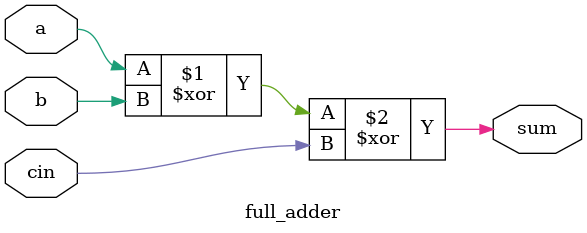
<source format=sv>
module full_adder
(
    input logic a,
    input logic b,
    input logic cin,
    output logic sum
);

    assign sum = a ^ b ^ cin;

endmodule
</source>
